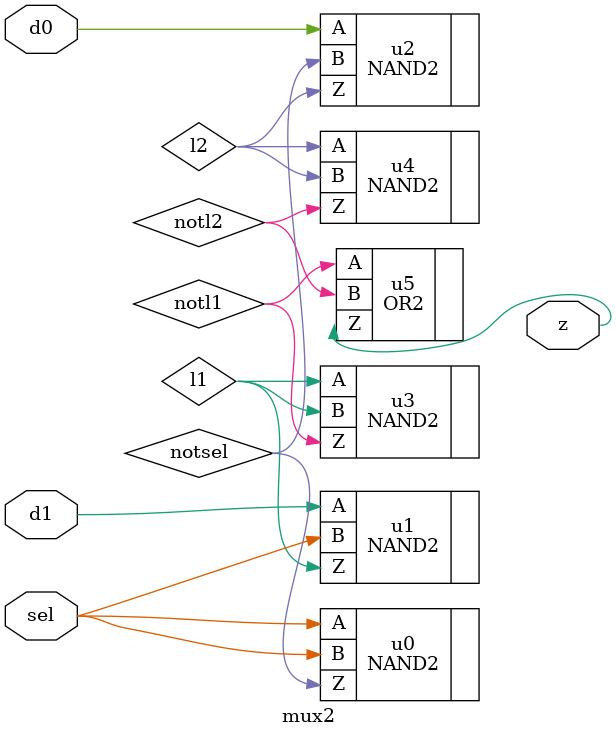
<source format=sv>
module mux2 (
    input logic d0,          // Data input 0
    input logic d1,          // Data input 1
    input logic sel,         // Select input
    output logic z           // Output
);

// Put your code here
// ------------------
    logic l1;
    logic l2;
    logic notl1;
    logic notl2;
    logic notsel;
    // Instantiate gates
    NAND2 u0 (.A(sel), .B(sel), .Z(notsel));
    NAND2 u1 (.A(d1), .B(sel), .Z(l1));
    NAND2 u2 (.A(d0), .B(notsel), .Z(l2)); 
    NAND2 u3 (.A(l1), .B(l1), .Z(notl1));
    NAND2 u4 (.A(l2), .B(l2), .Z(notl2));
    OR2 u5 (.A(notl1), .B(notl2), .Z(z));

// End of your code

endmodule

</source>
